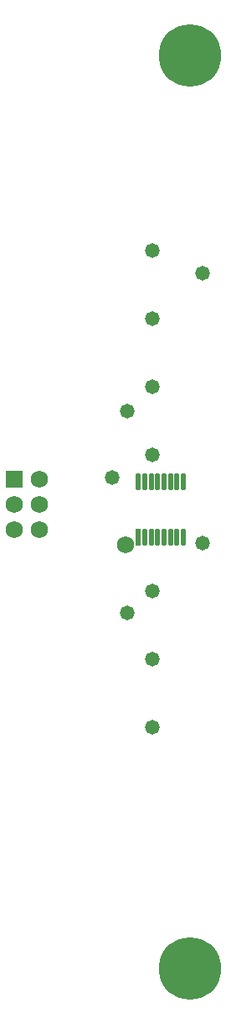
<source format=gbr>
%FSDAX33Y33*%
%MOMM*%
%SFA1B1*%

%IPPOS*%
%ADD14C,1.727200*%
%ADD15R,1.727200X1.727200*%
%ADD16C,1.473200*%
%ADD17C,6.299200*%
%ADD34O,0.553199X1.803199*%
%ADD35R,0.553199X1.803199*%
%LNfilm_botsolder-1*%
%LPD*%
G54D34*
X134108Y149826D03*
Y155426D03*
X133458Y149826D03*
Y155426D03*
X132808Y149826D03*
Y155426D03*
X132158Y149826D03*
Y155426D03*
X131508Y149826D03*
Y155426D03*
X130858Y149826D03*
Y155426D03*
X130208Y149826D03*
Y155426D03*
G54D35*
X129558Y149826D03*
G54D34*
X129558Y155426D03*
G54D14*
X128242Y149097D03*
X119506Y150621D03*
Y153161D03*
Y155701D03*
X116966Y150621D03*
Y153161D03*
G54D15*
X116966Y155701D03*
G54D16*
X136016Y149224D03*
Y176402D03*
G54D17*
X134746Y106425D03*
Y198373D03*
G54D16*
X130936Y130682D03*
Y137540D03*
Y144398D03*
Y158114D03*
Y164972D03*
Y171830D03*
Y178688D03*
X128396Y142239D03*
Y162559D03*
X126872Y155816D03*
M02*
</source>
